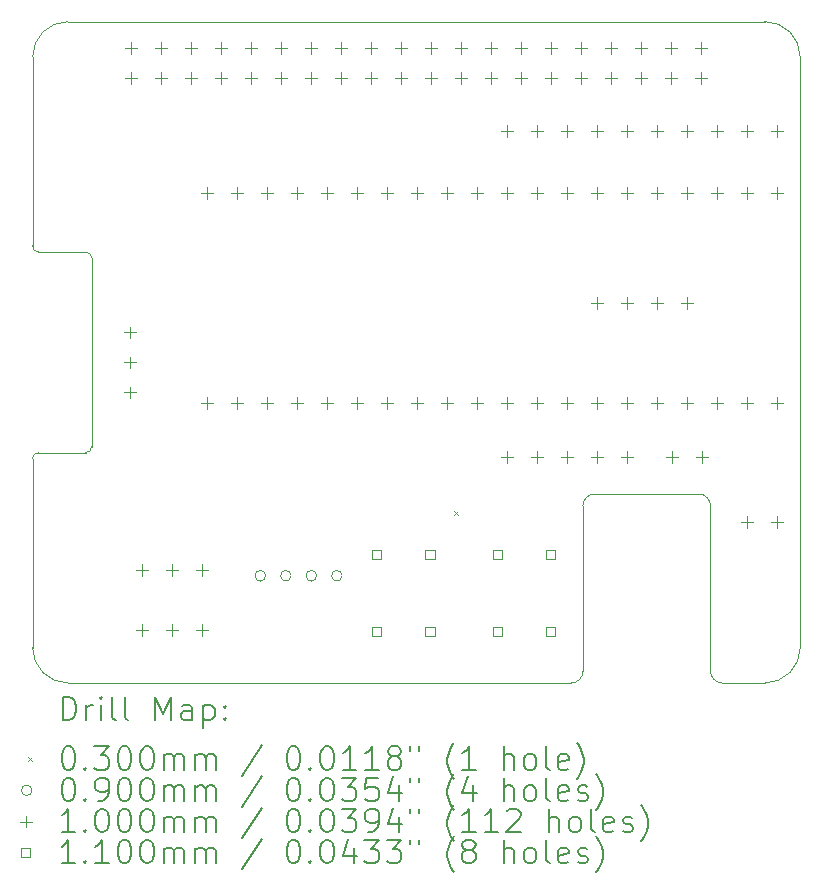
<source format=gbr>
%TF.GenerationSoftware,KiCad,Pcbnew,9.0.1-1.fc42*%
%TF.CreationDate,2025-05-14T23:08:46-05:00*%
%TF.ProjectId,pico_driver,7069636f-5f64-4726-9976-65722e6b6963,rev?*%
%TF.SameCoordinates,Original*%
%TF.FileFunction,Drillmap*%
%TF.FilePolarity,Positive*%
%FSLAX45Y45*%
G04 Gerber Fmt 4.5, Leading zero omitted, Abs format (unit mm)*
G04 Created by KiCad (PCBNEW 9.0.1-1.fc42) date 2025-05-14 23:08:46*
%MOMM*%
%LPD*%
G01*
G04 APERTURE LIST*
%ADD10C,0.100000*%
%ADD11C,0.200000*%
%ADD12C,0.110000*%
G04 APERTURE END LIST*
D10*
X16200000Y-10000000D02*
X15840000Y-10000000D01*
X15640000Y-8400000D02*
G75*
G02*
X15740000Y-8500000I0J-100000D01*
G01*
X10050000Y-6350000D02*
G75*
G02*
X10000000Y-6300000I0J50000D01*
G01*
X16200000Y-4400000D02*
G75*
G02*
X16500000Y-4700000I0J-300000D01*
G01*
X16500000Y-9700000D02*
X16500000Y-4700000D01*
X10000000Y-4700000D02*
X10000000Y-6300000D01*
X14660000Y-8500000D02*
X14660000Y-9900000D01*
X10300000Y-10000000D02*
G75*
G02*
X10000000Y-9700000I0J300000D01*
G01*
X14660000Y-9900000D02*
G75*
G02*
X14560000Y-10000000I-100000J0D01*
G01*
X14660000Y-8500000D02*
G75*
G02*
X14760000Y-8400000I100000J0D01*
G01*
X14560000Y-10000000D02*
X10300000Y-10000000D01*
X10450000Y-8050000D02*
X10050000Y-8050000D01*
X15840000Y-10000000D02*
G75*
G02*
X15740000Y-9900000I0J100000D01*
G01*
X10000000Y-8100000D02*
G75*
G02*
X10049913Y-8050000I50000J0D01*
G01*
X16500000Y-9700000D02*
G75*
G02*
X16200000Y-10000000I-300000J0D01*
G01*
X10500000Y-6400000D02*
X10500000Y-8000000D01*
X10000000Y-4700000D02*
G75*
G02*
X10300000Y-4400000I300000J0D01*
G01*
X15640000Y-8400000D02*
X14760000Y-8400000D01*
X15740000Y-9900000D02*
X15740000Y-8500000D01*
X10000000Y-8100000D02*
X10000000Y-9700000D01*
X10050000Y-6350000D02*
X10450000Y-6350000D01*
X10500000Y-8000000D02*
G75*
G02*
X10450000Y-8050000I-50000J0D01*
G01*
X10450000Y-6350000D02*
G75*
G02*
X10500000Y-6400000I0J-50000D01*
G01*
X16200000Y-4400000D02*
X10300000Y-4400000D01*
D11*
D10*
X13570000Y-8547500D02*
X13600000Y-8577500D01*
X13600000Y-8547500D02*
X13570000Y-8577500D01*
X11973500Y-9092500D02*
G75*
G02*
X11883500Y-9092500I-45000J0D01*
G01*
X11883500Y-9092500D02*
G75*
G02*
X11973500Y-9092500I45000J0D01*
G01*
X12189400Y-9092500D02*
G75*
G02*
X12099400Y-9092500I-45000J0D01*
G01*
X12099400Y-9092500D02*
G75*
G02*
X12189400Y-9092500I45000J0D01*
G01*
X12405300Y-9092500D02*
G75*
G02*
X12315300Y-9092500I-45000J0D01*
G01*
X12315300Y-9092500D02*
G75*
G02*
X12405300Y-9092500I45000J0D01*
G01*
X12621200Y-9092500D02*
G75*
G02*
X12531200Y-9092500I-45000J0D01*
G01*
X12531200Y-9092500D02*
G75*
G02*
X12621200Y-9092500I45000J0D01*
G01*
X10827500Y-6982000D02*
X10827500Y-7082000D01*
X10777500Y-7032000D02*
X10877500Y-7032000D01*
X10827500Y-7236000D02*
X10827500Y-7336000D01*
X10777500Y-7286000D02*
X10877500Y-7286000D01*
X10827500Y-7490000D02*
X10827500Y-7590000D01*
X10777500Y-7540000D02*
X10877500Y-7540000D01*
X10837000Y-4573000D02*
X10837000Y-4673000D01*
X10787000Y-4623000D02*
X10887000Y-4623000D01*
X10837000Y-4827000D02*
X10837000Y-4927000D01*
X10787000Y-4877000D02*
X10887000Y-4877000D01*
X10924000Y-8992000D02*
X10924000Y-9092000D01*
X10874000Y-9042000D02*
X10974000Y-9042000D01*
X10924000Y-9500000D02*
X10924000Y-9600000D01*
X10874000Y-9550000D02*
X10974000Y-9550000D01*
X11091000Y-4573000D02*
X11091000Y-4673000D01*
X11041000Y-4623000D02*
X11141000Y-4623000D01*
X11091000Y-4827000D02*
X11091000Y-4927000D01*
X11041000Y-4877000D02*
X11141000Y-4877000D01*
X11178000Y-8992000D02*
X11178000Y-9092000D01*
X11128000Y-9042000D02*
X11228000Y-9042000D01*
X11178000Y-9500000D02*
X11178000Y-9600000D01*
X11128000Y-9550000D02*
X11228000Y-9550000D01*
X11345000Y-4573000D02*
X11345000Y-4673000D01*
X11295000Y-4623000D02*
X11395000Y-4623000D01*
X11345000Y-4827000D02*
X11345000Y-4927000D01*
X11295000Y-4877000D02*
X11395000Y-4877000D01*
X11432000Y-8992000D02*
X11432000Y-9092000D01*
X11382000Y-9042000D02*
X11482000Y-9042000D01*
X11432000Y-9500000D02*
X11432000Y-9600000D01*
X11382000Y-9550000D02*
X11482000Y-9550000D01*
X11476000Y-5802000D02*
X11476000Y-5902000D01*
X11426000Y-5852000D02*
X11526000Y-5852000D01*
X11476000Y-7580000D02*
X11476000Y-7680000D01*
X11426000Y-7630000D02*
X11526000Y-7630000D01*
X11599000Y-4573000D02*
X11599000Y-4673000D01*
X11549000Y-4623000D02*
X11649000Y-4623000D01*
X11599000Y-4827000D02*
X11599000Y-4927000D01*
X11549000Y-4877000D02*
X11649000Y-4877000D01*
X11730000Y-5802000D02*
X11730000Y-5902000D01*
X11680000Y-5852000D02*
X11780000Y-5852000D01*
X11730000Y-7580000D02*
X11730000Y-7680000D01*
X11680000Y-7630000D02*
X11780000Y-7630000D01*
X11853000Y-4573000D02*
X11853000Y-4673000D01*
X11803000Y-4623000D02*
X11903000Y-4623000D01*
X11853000Y-4827000D02*
X11853000Y-4927000D01*
X11803000Y-4877000D02*
X11903000Y-4877000D01*
X11984000Y-5802000D02*
X11984000Y-5902000D01*
X11934000Y-5852000D02*
X12034000Y-5852000D01*
X11984000Y-7580000D02*
X11984000Y-7680000D01*
X11934000Y-7630000D02*
X12034000Y-7630000D01*
X12107000Y-4573000D02*
X12107000Y-4673000D01*
X12057000Y-4623000D02*
X12157000Y-4623000D01*
X12107000Y-4827000D02*
X12107000Y-4927000D01*
X12057000Y-4877000D02*
X12157000Y-4877000D01*
X12238000Y-5802000D02*
X12238000Y-5902000D01*
X12188000Y-5852000D02*
X12288000Y-5852000D01*
X12238000Y-7580000D02*
X12238000Y-7680000D01*
X12188000Y-7630000D02*
X12288000Y-7630000D01*
X12361000Y-4573000D02*
X12361000Y-4673000D01*
X12311000Y-4623000D02*
X12411000Y-4623000D01*
X12361000Y-4827000D02*
X12361000Y-4927000D01*
X12311000Y-4877000D02*
X12411000Y-4877000D01*
X12492000Y-5802000D02*
X12492000Y-5902000D01*
X12442000Y-5852000D02*
X12542000Y-5852000D01*
X12492000Y-7580000D02*
X12492000Y-7680000D01*
X12442000Y-7630000D02*
X12542000Y-7630000D01*
X12615000Y-4573000D02*
X12615000Y-4673000D01*
X12565000Y-4623000D02*
X12665000Y-4623000D01*
X12615000Y-4827000D02*
X12615000Y-4927000D01*
X12565000Y-4877000D02*
X12665000Y-4877000D01*
X12746000Y-5802000D02*
X12746000Y-5902000D01*
X12696000Y-5852000D02*
X12796000Y-5852000D01*
X12746000Y-7580000D02*
X12746000Y-7680000D01*
X12696000Y-7630000D02*
X12796000Y-7630000D01*
X12869000Y-4573000D02*
X12869000Y-4673000D01*
X12819000Y-4623000D02*
X12919000Y-4623000D01*
X12869000Y-4827000D02*
X12869000Y-4927000D01*
X12819000Y-4877000D02*
X12919000Y-4877000D01*
X13000000Y-5802000D02*
X13000000Y-5902000D01*
X12950000Y-5852000D02*
X13050000Y-5852000D01*
X13000000Y-7580000D02*
X13000000Y-7680000D01*
X12950000Y-7630000D02*
X13050000Y-7630000D01*
X13123000Y-4573000D02*
X13123000Y-4673000D01*
X13073000Y-4623000D02*
X13173000Y-4623000D01*
X13123000Y-4827000D02*
X13123000Y-4927000D01*
X13073000Y-4877000D02*
X13173000Y-4877000D01*
X13254000Y-5802000D02*
X13254000Y-5902000D01*
X13204000Y-5852000D02*
X13304000Y-5852000D01*
X13254000Y-7580000D02*
X13254000Y-7680000D01*
X13204000Y-7630000D02*
X13304000Y-7630000D01*
X13377000Y-4573000D02*
X13377000Y-4673000D01*
X13327000Y-4623000D02*
X13427000Y-4623000D01*
X13377000Y-4827000D02*
X13377000Y-4927000D01*
X13327000Y-4877000D02*
X13427000Y-4877000D01*
X13508000Y-5802000D02*
X13508000Y-5902000D01*
X13458000Y-5852000D02*
X13558000Y-5852000D01*
X13508000Y-7580000D02*
X13508000Y-7680000D01*
X13458000Y-7630000D02*
X13558000Y-7630000D01*
X13631000Y-4573000D02*
X13631000Y-4673000D01*
X13581000Y-4623000D02*
X13681000Y-4623000D01*
X13631000Y-4827000D02*
X13631000Y-4927000D01*
X13581000Y-4877000D02*
X13681000Y-4877000D01*
X13762000Y-5802000D02*
X13762000Y-5902000D01*
X13712000Y-5852000D02*
X13812000Y-5852000D01*
X13762000Y-7580000D02*
X13762000Y-7680000D01*
X13712000Y-7630000D02*
X13812000Y-7630000D01*
X13885000Y-4573000D02*
X13885000Y-4673000D01*
X13835000Y-4623000D02*
X13935000Y-4623000D01*
X13885000Y-4827000D02*
X13885000Y-4927000D01*
X13835000Y-4877000D02*
X13935000Y-4877000D01*
X14016000Y-5280000D02*
X14016000Y-5380000D01*
X13966000Y-5330000D02*
X14066000Y-5330000D01*
X14016000Y-5802000D02*
X14016000Y-5902000D01*
X13966000Y-5852000D02*
X14066000Y-5852000D01*
X14016000Y-7580000D02*
X14016000Y-7680000D01*
X13966000Y-7630000D02*
X14066000Y-7630000D01*
X14016000Y-8040000D02*
X14016000Y-8140000D01*
X13966000Y-8090000D02*
X14066000Y-8090000D01*
X14139000Y-4573000D02*
X14139000Y-4673000D01*
X14089000Y-4623000D02*
X14189000Y-4623000D01*
X14139000Y-4827000D02*
X14139000Y-4927000D01*
X14089000Y-4877000D02*
X14189000Y-4877000D01*
X14270000Y-5280000D02*
X14270000Y-5380000D01*
X14220000Y-5330000D02*
X14320000Y-5330000D01*
X14270000Y-5802000D02*
X14270000Y-5902000D01*
X14220000Y-5852000D02*
X14320000Y-5852000D01*
X14270000Y-7580000D02*
X14270000Y-7680000D01*
X14220000Y-7630000D02*
X14320000Y-7630000D01*
X14270000Y-8040000D02*
X14270000Y-8140000D01*
X14220000Y-8090000D02*
X14320000Y-8090000D01*
X14393000Y-4573000D02*
X14393000Y-4673000D01*
X14343000Y-4623000D02*
X14443000Y-4623000D01*
X14393000Y-4827000D02*
X14393000Y-4927000D01*
X14343000Y-4877000D02*
X14443000Y-4877000D01*
X14524000Y-5280000D02*
X14524000Y-5380000D01*
X14474000Y-5330000D02*
X14574000Y-5330000D01*
X14524000Y-5802000D02*
X14524000Y-5902000D01*
X14474000Y-5852000D02*
X14574000Y-5852000D01*
X14524000Y-7580000D02*
X14524000Y-7680000D01*
X14474000Y-7630000D02*
X14574000Y-7630000D01*
X14524000Y-8040000D02*
X14524000Y-8140000D01*
X14474000Y-8090000D02*
X14574000Y-8090000D01*
X14647000Y-4573000D02*
X14647000Y-4673000D01*
X14597000Y-4623000D02*
X14697000Y-4623000D01*
X14647000Y-4827000D02*
X14647000Y-4927000D01*
X14597000Y-4877000D02*
X14697000Y-4877000D01*
X14778000Y-5280000D02*
X14778000Y-5380000D01*
X14728000Y-5330000D02*
X14828000Y-5330000D01*
X14778000Y-5802000D02*
X14778000Y-5902000D01*
X14728000Y-5852000D02*
X14828000Y-5852000D01*
X14778000Y-6730000D02*
X14778000Y-6830000D01*
X14728000Y-6780000D02*
X14828000Y-6780000D01*
X14778000Y-7580000D02*
X14778000Y-7680000D01*
X14728000Y-7630000D02*
X14828000Y-7630000D01*
X14778000Y-8040000D02*
X14778000Y-8140000D01*
X14728000Y-8090000D02*
X14828000Y-8090000D01*
X14901000Y-4573000D02*
X14901000Y-4673000D01*
X14851000Y-4623000D02*
X14951000Y-4623000D01*
X14901000Y-4827000D02*
X14901000Y-4927000D01*
X14851000Y-4877000D02*
X14951000Y-4877000D01*
X15032000Y-5280000D02*
X15032000Y-5380000D01*
X14982000Y-5330000D02*
X15082000Y-5330000D01*
X15032000Y-5802000D02*
X15032000Y-5902000D01*
X14982000Y-5852000D02*
X15082000Y-5852000D01*
X15032000Y-6730000D02*
X15032000Y-6830000D01*
X14982000Y-6780000D02*
X15082000Y-6780000D01*
X15032000Y-7580000D02*
X15032000Y-7680000D01*
X14982000Y-7630000D02*
X15082000Y-7630000D01*
X15032000Y-8040000D02*
X15032000Y-8140000D01*
X14982000Y-8090000D02*
X15082000Y-8090000D01*
X15155000Y-4573000D02*
X15155000Y-4673000D01*
X15105000Y-4623000D02*
X15205000Y-4623000D01*
X15155000Y-4827000D02*
X15155000Y-4927000D01*
X15105000Y-4877000D02*
X15205000Y-4877000D01*
X15286000Y-5280000D02*
X15286000Y-5380000D01*
X15236000Y-5330000D02*
X15336000Y-5330000D01*
X15286000Y-5802000D02*
X15286000Y-5902000D01*
X15236000Y-5852000D02*
X15336000Y-5852000D01*
X15286000Y-6730000D02*
X15286000Y-6830000D01*
X15236000Y-6780000D02*
X15336000Y-6780000D01*
X15286000Y-7580000D02*
X15286000Y-7680000D01*
X15236000Y-7630000D02*
X15336000Y-7630000D01*
X15409000Y-4573000D02*
X15409000Y-4673000D01*
X15359000Y-4623000D02*
X15459000Y-4623000D01*
X15409000Y-4827000D02*
X15409000Y-4927000D01*
X15359000Y-4877000D02*
X15459000Y-4877000D01*
X15412500Y-8040000D02*
X15412500Y-8140000D01*
X15362500Y-8090000D02*
X15462500Y-8090000D01*
X15540000Y-5280000D02*
X15540000Y-5380000D01*
X15490000Y-5330000D02*
X15590000Y-5330000D01*
X15540000Y-5802000D02*
X15540000Y-5902000D01*
X15490000Y-5852000D02*
X15590000Y-5852000D01*
X15540000Y-6730000D02*
X15540000Y-6830000D01*
X15490000Y-6780000D02*
X15590000Y-6780000D01*
X15540000Y-7580000D02*
X15540000Y-7680000D01*
X15490000Y-7630000D02*
X15590000Y-7630000D01*
X15663000Y-4573000D02*
X15663000Y-4673000D01*
X15613000Y-4623000D02*
X15713000Y-4623000D01*
X15663000Y-4827000D02*
X15663000Y-4927000D01*
X15613000Y-4877000D02*
X15713000Y-4877000D01*
X15666500Y-8040000D02*
X15666500Y-8140000D01*
X15616500Y-8090000D02*
X15716500Y-8090000D01*
X15794000Y-5280000D02*
X15794000Y-5380000D01*
X15744000Y-5330000D02*
X15844000Y-5330000D01*
X15794000Y-5802000D02*
X15794000Y-5902000D01*
X15744000Y-5852000D02*
X15844000Y-5852000D01*
X15794000Y-7580000D02*
X15794000Y-7680000D01*
X15744000Y-7630000D02*
X15844000Y-7630000D01*
X16048000Y-5280000D02*
X16048000Y-5380000D01*
X15998000Y-5330000D02*
X16098000Y-5330000D01*
X16048000Y-5802000D02*
X16048000Y-5902000D01*
X15998000Y-5852000D02*
X16098000Y-5852000D01*
X16048000Y-7580000D02*
X16048000Y-7680000D01*
X15998000Y-7630000D02*
X16098000Y-7630000D01*
X16048000Y-8590000D02*
X16048000Y-8690000D01*
X15998000Y-8640000D02*
X16098000Y-8640000D01*
X16302000Y-5280000D02*
X16302000Y-5380000D01*
X16252000Y-5330000D02*
X16352000Y-5330000D01*
X16302000Y-5802000D02*
X16302000Y-5902000D01*
X16252000Y-5852000D02*
X16352000Y-5852000D01*
X16302000Y-7580000D02*
X16302000Y-7680000D01*
X16252000Y-7630000D02*
X16352000Y-7630000D01*
X16302000Y-8590000D02*
X16302000Y-8690000D01*
X16252000Y-8640000D02*
X16352000Y-8640000D01*
D12*
X12953891Y-8953891D02*
X12953891Y-8876109D01*
X12876109Y-8876109D01*
X12876109Y-8953891D01*
X12953891Y-8953891D01*
X12953891Y-9603891D02*
X12953891Y-9526109D01*
X12876109Y-9526109D01*
X12876109Y-9603891D01*
X12953891Y-9603891D01*
X13403891Y-8953891D02*
X13403891Y-8876109D01*
X13326109Y-8876109D01*
X13326109Y-8953891D01*
X13403891Y-8953891D01*
X13403891Y-9603891D02*
X13403891Y-9526109D01*
X13326109Y-9526109D01*
X13326109Y-9603891D01*
X13403891Y-9603891D01*
X13973891Y-8953891D02*
X13973891Y-8876109D01*
X13896109Y-8876109D01*
X13896109Y-8953891D01*
X13973891Y-8953891D01*
X13973891Y-9603891D02*
X13973891Y-9526109D01*
X13896109Y-9526109D01*
X13896109Y-9603891D01*
X13973891Y-9603891D01*
X14423891Y-8953891D02*
X14423891Y-8876109D01*
X14346109Y-8876109D01*
X14346109Y-8953891D01*
X14423891Y-8953891D01*
X14423891Y-9603891D02*
X14423891Y-9526109D01*
X14346109Y-9526109D01*
X14346109Y-9603891D01*
X14423891Y-9603891D01*
D11*
X10255777Y-10316484D02*
X10255777Y-10116484D01*
X10255777Y-10116484D02*
X10303396Y-10116484D01*
X10303396Y-10116484D02*
X10331967Y-10126008D01*
X10331967Y-10126008D02*
X10351015Y-10145055D01*
X10351015Y-10145055D02*
X10360539Y-10164103D01*
X10360539Y-10164103D02*
X10370063Y-10202198D01*
X10370063Y-10202198D02*
X10370063Y-10230770D01*
X10370063Y-10230770D02*
X10360539Y-10268865D01*
X10360539Y-10268865D02*
X10351015Y-10287912D01*
X10351015Y-10287912D02*
X10331967Y-10306960D01*
X10331967Y-10306960D02*
X10303396Y-10316484D01*
X10303396Y-10316484D02*
X10255777Y-10316484D01*
X10455777Y-10316484D02*
X10455777Y-10183150D01*
X10455777Y-10221246D02*
X10465301Y-10202198D01*
X10465301Y-10202198D02*
X10474824Y-10192674D01*
X10474824Y-10192674D02*
X10493872Y-10183150D01*
X10493872Y-10183150D02*
X10512920Y-10183150D01*
X10579586Y-10316484D02*
X10579586Y-10183150D01*
X10579586Y-10116484D02*
X10570063Y-10126008D01*
X10570063Y-10126008D02*
X10579586Y-10135531D01*
X10579586Y-10135531D02*
X10589110Y-10126008D01*
X10589110Y-10126008D02*
X10579586Y-10116484D01*
X10579586Y-10116484D02*
X10579586Y-10135531D01*
X10703396Y-10316484D02*
X10684348Y-10306960D01*
X10684348Y-10306960D02*
X10674824Y-10287912D01*
X10674824Y-10287912D02*
X10674824Y-10116484D01*
X10808158Y-10316484D02*
X10789110Y-10306960D01*
X10789110Y-10306960D02*
X10779586Y-10287912D01*
X10779586Y-10287912D02*
X10779586Y-10116484D01*
X11036729Y-10316484D02*
X11036729Y-10116484D01*
X11036729Y-10116484D02*
X11103396Y-10259341D01*
X11103396Y-10259341D02*
X11170063Y-10116484D01*
X11170063Y-10116484D02*
X11170063Y-10316484D01*
X11351015Y-10316484D02*
X11351015Y-10211722D01*
X11351015Y-10211722D02*
X11341491Y-10192674D01*
X11341491Y-10192674D02*
X11322443Y-10183150D01*
X11322443Y-10183150D02*
X11284348Y-10183150D01*
X11284348Y-10183150D02*
X11265301Y-10192674D01*
X11351015Y-10306960D02*
X11331967Y-10316484D01*
X11331967Y-10316484D02*
X11284348Y-10316484D01*
X11284348Y-10316484D02*
X11265301Y-10306960D01*
X11265301Y-10306960D02*
X11255777Y-10287912D01*
X11255777Y-10287912D02*
X11255777Y-10268865D01*
X11255777Y-10268865D02*
X11265301Y-10249817D01*
X11265301Y-10249817D02*
X11284348Y-10240293D01*
X11284348Y-10240293D02*
X11331967Y-10240293D01*
X11331967Y-10240293D02*
X11351015Y-10230770D01*
X11446253Y-10183150D02*
X11446253Y-10383150D01*
X11446253Y-10192674D02*
X11465301Y-10183150D01*
X11465301Y-10183150D02*
X11503396Y-10183150D01*
X11503396Y-10183150D02*
X11522443Y-10192674D01*
X11522443Y-10192674D02*
X11531967Y-10202198D01*
X11531967Y-10202198D02*
X11541491Y-10221246D01*
X11541491Y-10221246D02*
X11541491Y-10278389D01*
X11541491Y-10278389D02*
X11531967Y-10297436D01*
X11531967Y-10297436D02*
X11522443Y-10306960D01*
X11522443Y-10306960D02*
X11503396Y-10316484D01*
X11503396Y-10316484D02*
X11465301Y-10316484D01*
X11465301Y-10316484D02*
X11446253Y-10306960D01*
X11627205Y-10297436D02*
X11636729Y-10306960D01*
X11636729Y-10306960D02*
X11627205Y-10316484D01*
X11627205Y-10316484D02*
X11617682Y-10306960D01*
X11617682Y-10306960D02*
X11627205Y-10297436D01*
X11627205Y-10297436D02*
X11627205Y-10316484D01*
X11627205Y-10192674D02*
X11636729Y-10202198D01*
X11636729Y-10202198D02*
X11627205Y-10211722D01*
X11627205Y-10211722D02*
X11617682Y-10202198D01*
X11617682Y-10202198D02*
X11627205Y-10192674D01*
X11627205Y-10192674D02*
X11627205Y-10211722D01*
D10*
X9965000Y-10630000D02*
X9995000Y-10660000D01*
X9995000Y-10630000D02*
X9965000Y-10660000D01*
D11*
X10293872Y-10536484D02*
X10312920Y-10536484D01*
X10312920Y-10536484D02*
X10331967Y-10546008D01*
X10331967Y-10546008D02*
X10341491Y-10555531D01*
X10341491Y-10555531D02*
X10351015Y-10574579D01*
X10351015Y-10574579D02*
X10360539Y-10612674D01*
X10360539Y-10612674D02*
X10360539Y-10660293D01*
X10360539Y-10660293D02*
X10351015Y-10698389D01*
X10351015Y-10698389D02*
X10341491Y-10717436D01*
X10341491Y-10717436D02*
X10331967Y-10726960D01*
X10331967Y-10726960D02*
X10312920Y-10736484D01*
X10312920Y-10736484D02*
X10293872Y-10736484D01*
X10293872Y-10736484D02*
X10274824Y-10726960D01*
X10274824Y-10726960D02*
X10265301Y-10717436D01*
X10265301Y-10717436D02*
X10255777Y-10698389D01*
X10255777Y-10698389D02*
X10246253Y-10660293D01*
X10246253Y-10660293D02*
X10246253Y-10612674D01*
X10246253Y-10612674D02*
X10255777Y-10574579D01*
X10255777Y-10574579D02*
X10265301Y-10555531D01*
X10265301Y-10555531D02*
X10274824Y-10546008D01*
X10274824Y-10546008D02*
X10293872Y-10536484D01*
X10446253Y-10717436D02*
X10455777Y-10726960D01*
X10455777Y-10726960D02*
X10446253Y-10736484D01*
X10446253Y-10736484D02*
X10436729Y-10726960D01*
X10436729Y-10726960D02*
X10446253Y-10717436D01*
X10446253Y-10717436D02*
X10446253Y-10736484D01*
X10522444Y-10536484D02*
X10646253Y-10536484D01*
X10646253Y-10536484D02*
X10579586Y-10612674D01*
X10579586Y-10612674D02*
X10608158Y-10612674D01*
X10608158Y-10612674D02*
X10627205Y-10622198D01*
X10627205Y-10622198D02*
X10636729Y-10631722D01*
X10636729Y-10631722D02*
X10646253Y-10650770D01*
X10646253Y-10650770D02*
X10646253Y-10698389D01*
X10646253Y-10698389D02*
X10636729Y-10717436D01*
X10636729Y-10717436D02*
X10627205Y-10726960D01*
X10627205Y-10726960D02*
X10608158Y-10736484D01*
X10608158Y-10736484D02*
X10551015Y-10736484D01*
X10551015Y-10736484D02*
X10531967Y-10726960D01*
X10531967Y-10726960D02*
X10522444Y-10717436D01*
X10770063Y-10536484D02*
X10789110Y-10536484D01*
X10789110Y-10536484D02*
X10808158Y-10546008D01*
X10808158Y-10546008D02*
X10817682Y-10555531D01*
X10817682Y-10555531D02*
X10827205Y-10574579D01*
X10827205Y-10574579D02*
X10836729Y-10612674D01*
X10836729Y-10612674D02*
X10836729Y-10660293D01*
X10836729Y-10660293D02*
X10827205Y-10698389D01*
X10827205Y-10698389D02*
X10817682Y-10717436D01*
X10817682Y-10717436D02*
X10808158Y-10726960D01*
X10808158Y-10726960D02*
X10789110Y-10736484D01*
X10789110Y-10736484D02*
X10770063Y-10736484D01*
X10770063Y-10736484D02*
X10751015Y-10726960D01*
X10751015Y-10726960D02*
X10741491Y-10717436D01*
X10741491Y-10717436D02*
X10731967Y-10698389D01*
X10731967Y-10698389D02*
X10722444Y-10660293D01*
X10722444Y-10660293D02*
X10722444Y-10612674D01*
X10722444Y-10612674D02*
X10731967Y-10574579D01*
X10731967Y-10574579D02*
X10741491Y-10555531D01*
X10741491Y-10555531D02*
X10751015Y-10546008D01*
X10751015Y-10546008D02*
X10770063Y-10536484D01*
X10960539Y-10536484D02*
X10979586Y-10536484D01*
X10979586Y-10536484D02*
X10998634Y-10546008D01*
X10998634Y-10546008D02*
X11008158Y-10555531D01*
X11008158Y-10555531D02*
X11017682Y-10574579D01*
X11017682Y-10574579D02*
X11027205Y-10612674D01*
X11027205Y-10612674D02*
X11027205Y-10660293D01*
X11027205Y-10660293D02*
X11017682Y-10698389D01*
X11017682Y-10698389D02*
X11008158Y-10717436D01*
X11008158Y-10717436D02*
X10998634Y-10726960D01*
X10998634Y-10726960D02*
X10979586Y-10736484D01*
X10979586Y-10736484D02*
X10960539Y-10736484D01*
X10960539Y-10736484D02*
X10941491Y-10726960D01*
X10941491Y-10726960D02*
X10931967Y-10717436D01*
X10931967Y-10717436D02*
X10922444Y-10698389D01*
X10922444Y-10698389D02*
X10912920Y-10660293D01*
X10912920Y-10660293D02*
X10912920Y-10612674D01*
X10912920Y-10612674D02*
X10922444Y-10574579D01*
X10922444Y-10574579D02*
X10931967Y-10555531D01*
X10931967Y-10555531D02*
X10941491Y-10546008D01*
X10941491Y-10546008D02*
X10960539Y-10536484D01*
X11112920Y-10736484D02*
X11112920Y-10603150D01*
X11112920Y-10622198D02*
X11122444Y-10612674D01*
X11122444Y-10612674D02*
X11141491Y-10603150D01*
X11141491Y-10603150D02*
X11170063Y-10603150D01*
X11170063Y-10603150D02*
X11189110Y-10612674D01*
X11189110Y-10612674D02*
X11198634Y-10631722D01*
X11198634Y-10631722D02*
X11198634Y-10736484D01*
X11198634Y-10631722D02*
X11208158Y-10612674D01*
X11208158Y-10612674D02*
X11227205Y-10603150D01*
X11227205Y-10603150D02*
X11255777Y-10603150D01*
X11255777Y-10603150D02*
X11274824Y-10612674D01*
X11274824Y-10612674D02*
X11284348Y-10631722D01*
X11284348Y-10631722D02*
X11284348Y-10736484D01*
X11379586Y-10736484D02*
X11379586Y-10603150D01*
X11379586Y-10622198D02*
X11389110Y-10612674D01*
X11389110Y-10612674D02*
X11408158Y-10603150D01*
X11408158Y-10603150D02*
X11436729Y-10603150D01*
X11436729Y-10603150D02*
X11455777Y-10612674D01*
X11455777Y-10612674D02*
X11465301Y-10631722D01*
X11465301Y-10631722D02*
X11465301Y-10736484D01*
X11465301Y-10631722D02*
X11474824Y-10612674D01*
X11474824Y-10612674D02*
X11493872Y-10603150D01*
X11493872Y-10603150D02*
X11522443Y-10603150D01*
X11522443Y-10603150D02*
X11541491Y-10612674D01*
X11541491Y-10612674D02*
X11551015Y-10631722D01*
X11551015Y-10631722D02*
X11551015Y-10736484D01*
X11941491Y-10526960D02*
X11770063Y-10784103D01*
X12198634Y-10536484D02*
X12217682Y-10536484D01*
X12217682Y-10536484D02*
X12236729Y-10546008D01*
X12236729Y-10546008D02*
X12246253Y-10555531D01*
X12246253Y-10555531D02*
X12255777Y-10574579D01*
X12255777Y-10574579D02*
X12265301Y-10612674D01*
X12265301Y-10612674D02*
X12265301Y-10660293D01*
X12265301Y-10660293D02*
X12255777Y-10698389D01*
X12255777Y-10698389D02*
X12246253Y-10717436D01*
X12246253Y-10717436D02*
X12236729Y-10726960D01*
X12236729Y-10726960D02*
X12217682Y-10736484D01*
X12217682Y-10736484D02*
X12198634Y-10736484D01*
X12198634Y-10736484D02*
X12179586Y-10726960D01*
X12179586Y-10726960D02*
X12170063Y-10717436D01*
X12170063Y-10717436D02*
X12160539Y-10698389D01*
X12160539Y-10698389D02*
X12151015Y-10660293D01*
X12151015Y-10660293D02*
X12151015Y-10612674D01*
X12151015Y-10612674D02*
X12160539Y-10574579D01*
X12160539Y-10574579D02*
X12170063Y-10555531D01*
X12170063Y-10555531D02*
X12179586Y-10546008D01*
X12179586Y-10546008D02*
X12198634Y-10536484D01*
X12351015Y-10717436D02*
X12360539Y-10726960D01*
X12360539Y-10726960D02*
X12351015Y-10736484D01*
X12351015Y-10736484D02*
X12341491Y-10726960D01*
X12341491Y-10726960D02*
X12351015Y-10717436D01*
X12351015Y-10717436D02*
X12351015Y-10736484D01*
X12484348Y-10536484D02*
X12503396Y-10536484D01*
X12503396Y-10536484D02*
X12522444Y-10546008D01*
X12522444Y-10546008D02*
X12531967Y-10555531D01*
X12531967Y-10555531D02*
X12541491Y-10574579D01*
X12541491Y-10574579D02*
X12551015Y-10612674D01*
X12551015Y-10612674D02*
X12551015Y-10660293D01*
X12551015Y-10660293D02*
X12541491Y-10698389D01*
X12541491Y-10698389D02*
X12531967Y-10717436D01*
X12531967Y-10717436D02*
X12522444Y-10726960D01*
X12522444Y-10726960D02*
X12503396Y-10736484D01*
X12503396Y-10736484D02*
X12484348Y-10736484D01*
X12484348Y-10736484D02*
X12465301Y-10726960D01*
X12465301Y-10726960D02*
X12455777Y-10717436D01*
X12455777Y-10717436D02*
X12446253Y-10698389D01*
X12446253Y-10698389D02*
X12436729Y-10660293D01*
X12436729Y-10660293D02*
X12436729Y-10612674D01*
X12436729Y-10612674D02*
X12446253Y-10574579D01*
X12446253Y-10574579D02*
X12455777Y-10555531D01*
X12455777Y-10555531D02*
X12465301Y-10546008D01*
X12465301Y-10546008D02*
X12484348Y-10536484D01*
X12741491Y-10736484D02*
X12627206Y-10736484D01*
X12684348Y-10736484D02*
X12684348Y-10536484D01*
X12684348Y-10536484D02*
X12665301Y-10565055D01*
X12665301Y-10565055D02*
X12646253Y-10584103D01*
X12646253Y-10584103D02*
X12627206Y-10593627D01*
X12931967Y-10736484D02*
X12817682Y-10736484D01*
X12874825Y-10736484D02*
X12874825Y-10536484D01*
X12874825Y-10536484D02*
X12855777Y-10565055D01*
X12855777Y-10565055D02*
X12836729Y-10584103D01*
X12836729Y-10584103D02*
X12817682Y-10593627D01*
X13046253Y-10622198D02*
X13027206Y-10612674D01*
X13027206Y-10612674D02*
X13017682Y-10603150D01*
X13017682Y-10603150D02*
X13008158Y-10584103D01*
X13008158Y-10584103D02*
X13008158Y-10574579D01*
X13008158Y-10574579D02*
X13017682Y-10555531D01*
X13017682Y-10555531D02*
X13027206Y-10546008D01*
X13027206Y-10546008D02*
X13046253Y-10536484D01*
X13046253Y-10536484D02*
X13084348Y-10536484D01*
X13084348Y-10536484D02*
X13103396Y-10546008D01*
X13103396Y-10546008D02*
X13112920Y-10555531D01*
X13112920Y-10555531D02*
X13122444Y-10574579D01*
X13122444Y-10574579D02*
X13122444Y-10584103D01*
X13122444Y-10584103D02*
X13112920Y-10603150D01*
X13112920Y-10603150D02*
X13103396Y-10612674D01*
X13103396Y-10612674D02*
X13084348Y-10622198D01*
X13084348Y-10622198D02*
X13046253Y-10622198D01*
X13046253Y-10622198D02*
X13027206Y-10631722D01*
X13027206Y-10631722D02*
X13017682Y-10641246D01*
X13017682Y-10641246D02*
X13008158Y-10660293D01*
X13008158Y-10660293D02*
X13008158Y-10698389D01*
X13008158Y-10698389D02*
X13017682Y-10717436D01*
X13017682Y-10717436D02*
X13027206Y-10726960D01*
X13027206Y-10726960D02*
X13046253Y-10736484D01*
X13046253Y-10736484D02*
X13084348Y-10736484D01*
X13084348Y-10736484D02*
X13103396Y-10726960D01*
X13103396Y-10726960D02*
X13112920Y-10717436D01*
X13112920Y-10717436D02*
X13122444Y-10698389D01*
X13122444Y-10698389D02*
X13122444Y-10660293D01*
X13122444Y-10660293D02*
X13112920Y-10641246D01*
X13112920Y-10641246D02*
X13103396Y-10631722D01*
X13103396Y-10631722D02*
X13084348Y-10622198D01*
X13198634Y-10536484D02*
X13198634Y-10574579D01*
X13274825Y-10536484D02*
X13274825Y-10574579D01*
X13570063Y-10812674D02*
X13560539Y-10803150D01*
X13560539Y-10803150D02*
X13541491Y-10774579D01*
X13541491Y-10774579D02*
X13531968Y-10755531D01*
X13531968Y-10755531D02*
X13522444Y-10726960D01*
X13522444Y-10726960D02*
X13512920Y-10679341D01*
X13512920Y-10679341D02*
X13512920Y-10641246D01*
X13512920Y-10641246D02*
X13522444Y-10593627D01*
X13522444Y-10593627D02*
X13531968Y-10565055D01*
X13531968Y-10565055D02*
X13541491Y-10546008D01*
X13541491Y-10546008D02*
X13560539Y-10517436D01*
X13560539Y-10517436D02*
X13570063Y-10507912D01*
X13751015Y-10736484D02*
X13636729Y-10736484D01*
X13693872Y-10736484D02*
X13693872Y-10536484D01*
X13693872Y-10536484D02*
X13674825Y-10565055D01*
X13674825Y-10565055D02*
X13655777Y-10584103D01*
X13655777Y-10584103D02*
X13636729Y-10593627D01*
X13989110Y-10736484D02*
X13989110Y-10536484D01*
X14074825Y-10736484D02*
X14074825Y-10631722D01*
X14074825Y-10631722D02*
X14065301Y-10612674D01*
X14065301Y-10612674D02*
X14046253Y-10603150D01*
X14046253Y-10603150D02*
X14017682Y-10603150D01*
X14017682Y-10603150D02*
X13998634Y-10612674D01*
X13998634Y-10612674D02*
X13989110Y-10622198D01*
X14198634Y-10736484D02*
X14179587Y-10726960D01*
X14179587Y-10726960D02*
X14170063Y-10717436D01*
X14170063Y-10717436D02*
X14160539Y-10698389D01*
X14160539Y-10698389D02*
X14160539Y-10641246D01*
X14160539Y-10641246D02*
X14170063Y-10622198D01*
X14170063Y-10622198D02*
X14179587Y-10612674D01*
X14179587Y-10612674D02*
X14198634Y-10603150D01*
X14198634Y-10603150D02*
X14227206Y-10603150D01*
X14227206Y-10603150D02*
X14246253Y-10612674D01*
X14246253Y-10612674D02*
X14255777Y-10622198D01*
X14255777Y-10622198D02*
X14265301Y-10641246D01*
X14265301Y-10641246D02*
X14265301Y-10698389D01*
X14265301Y-10698389D02*
X14255777Y-10717436D01*
X14255777Y-10717436D02*
X14246253Y-10726960D01*
X14246253Y-10726960D02*
X14227206Y-10736484D01*
X14227206Y-10736484D02*
X14198634Y-10736484D01*
X14379587Y-10736484D02*
X14360539Y-10726960D01*
X14360539Y-10726960D02*
X14351015Y-10707912D01*
X14351015Y-10707912D02*
X14351015Y-10536484D01*
X14531968Y-10726960D02*
X14512920Y-10736484D01*
X14512920Y-10736484D02*
X14474825Y-10736484D01*
X14474825Y-10736484D02*
X14455777Y-10726960D01*
X14455777Y-10726960D02*
X14446253Y-10707912D01*
X14446253Y-10707912D02*
X14446253Y-10631722D01*
X14446253Y-10631722D02*
X14455777Y-10612674D01*
X14455777Y-10612674D02*
X14474825Y-10603150D01*
X14474825Y-10603150D02*
X14512920Y-10603150D01*
X14512920Y-10603150D02*
X14531968Y-10612674D01*
X14531968Y-10612674D02*
X14541491Y-10631722D01*
X14541491Y-10631722D02*
X14541491Y-10650770D01*
X14541491Y-10650770D02*
X14446253Y-10669817D01*
X14608158Y-10812674D02*
X14617682Y-10803150D01*
X14617682Y-10803150D02*
X14636730Y-10774579D01*
X14636730Y-10774579D02*
X14646253Y-10755531D01*
X14646253Y-10755531D02*
X14655777Y-10726960D01*
X14655777Y-10726960D02*
X14665301Y-10679341D01*
X14665301Y-10679341D02*
X14665301Y-10641246D01*
X14665301Y-10641246D02*
X14655777Y-10593627D01*
X14655777Y-10593627D02*
X14646253Y-10565055D01*
X14646253Y-10565055D02*
X14636730Y-10546008D01*
X14636730Y-10546008D02*
X14617682Y-10517436D01*
X14617682Y-10517436D02*
X14608158Y-10507912D01*
D10*
X9995000Y-10909000D02*
G75*
G02*
X9905000Y-10909000I-45000J0D01*
G01*
X9905000Y-10909000D02*
G75*
G02*
X9995000Y-10909000I45000J0D01*
G01*
D11*
X10293872Y-10800484D02*
X10312920Y-10800484D01*
X10312920Y-10800484D02*
X10331967Y-10810008D01*
X10331967Y-10810008D02*
X10341491Y-10819531D01*
X10341491Y-10819531D02*
X10351015Y-10838579D01*
X10351015Y-10838579D02*
X10360539Y-10876674D01*
X10360539Y-10876674D02*
X10360539Y-10924293D01*
X10360539Y-10924293D02*
X10351015Y-10962389D01*
X10351015Y-10962389D02*
X10341491Y-10981436D01*
X10341491Y-10981436D02*
X10331967Y-10990960D01*
X10331967Y-10990960D02*
X10312920Y-11000484D01*
X10312920Y-11000484D02*
X10293872Y-11000484D01*
X10293872Y-11000484D02*
X10274824Y-10990960D01*
X10274824Y-10990960D02*
X10265301Y-10981436D01*
X10265301Y-10981436D02*
X10255777Y-10962389D01*
X10255777Y-10962389D02*
X10246253Y-10924293D01*
X10246253Y-10924293D02*
X10246253Y-10876674D01*
X10246253Y-10876674D02*
X10255777Y-10838579D01*
X10255777Y-10838579D02*
X10265301Y-10819531D01*
X10265301Y-10819531D02*
X10274824Y-10810008D01*
X10274824Y-10810008D02*
X10293872Y-10800484D01*
X10446253Y-10981436D02*
X10455777Y-10990960D01*
X10455777Y-10990960D02*
X10446253Y-11000484D01*
X10446253Y-11000484D02*
X10436729Y-10990960D01*
X10436729Y-10990960D02*
X10446253Y-10981436D01*
X10446253Y-10981436D02*
X10446253Y-11000484D01*
X10551015Y-11000484D02*
X10589110Y-11000484D01*
X10589110Y-11000484D02*
X10608158Y-10990960D01*
X10608158Y-10990960D02*
X10617682Y-10981436D01*
X10617682Y-10981436D02*
X10636729Y-10952865D01*
X10636729Y-10952865D02*
X10646253Y-10914770D01*
X10646253Y-10914770D02*
X10646253Y-10838579D01*
X10646253Y-10838579D02*
X10636729Y-10819531D01*
X10636729Y-10819531D02*
X10627205Y-10810008D01*
X10627205Y-10810008D02*
X10608158Y-10800484D01*
X10608158Y-10800484D02*
X10570063Y-10800484D01*
X10570063Y-10800484D02*
X10551015Y-10810008D01*
X10551015Y-10810008D02*
X10541491Y-10819531D01*
X10541491Y-10819531D02*
X10531967Y-10838579D01*
X10531967Y-10838579D02*
X10531967Y-10886198D01*
X10531967Y-10886198D02*
X10541491Y-10905246D01*
X10541491Y-10905246D02*
X10551015Y-10914770D01*
X10551015Y-10914770D02*
X10570063Y-10924293D01*
X10570063Y-10924293D02*
X10608158Y-10924293D01*
X10608158Y-10924293D02*
X10627205Y-10914770D01*
X10627205Y-10914770D02*
X10636729Y-10905246D01*
X10636729Y-10905246D02*
X10646253Y-10886198D01*
X10770063Y-10800484D02*
X10789110Y-10800484D01*
X10789110Y-10800484D02*
X10808158Y-10810008D01*
X10808158Y-10810008D02*
X10817682Y-10819531D01*
X10817682Y-10819531D02*
X10827205Y-10838579D01*
X10827205Y-10838579D02*
X10836729Y-10876674D01*
X10836729Y-10876674D02*
X10836729Y-10924293D01*
X10836729Y-10924293D02*
X10827205Y-10962389D01*
X10827205Y-10962389D02*
X10817682Y-10981436D01*
X10817682Y-10981436D02*
X10808158Y-10990960D01*
X10808158Y-10990960D02*
X10789110Y-11000484D01*
X10789110Y-11000484D02*
X10770063Y-11000484D01*
X10770063Y-11000484D02*
X10751015Y-10990960D01*
X10751015Y-10990960D02*
X10741491Y-10981436D01*
X10741491Y-10981436D02*
X10731967Y-10962389D01*
X10731967Y-10962389D02*
X10722444Y-10924293D01*
X10722444Y-10924293D02*
X10722444Y-10876674D01*
X10722444Y-10876674D02*
X10731967Y-10838579D01*
X10731967Y-10838579D02*
X10741491Y-10819531D01*
X10741491Y-10819531D02*
X10751015Y-10810008D01*
X10751015Y-10810008D02*
X10770063Y-10800484D01*
X10960539Y-10800484D02*
X10979586Y-10800484D01*
X10979586Y-10800484D02*
X10998634Y-10810008D01*
X10998634Y-10810008D02*
X11008158Y-10819531D01*
X11008158Y-10819531D02*
X11017682Y-10838579D01*
X11017682Y-10838579D02*
X11027205Y-10876674D01*
X11027205Y-10876674D02*
X11027205Y-10924293D01*
X11027205Y-10924293D02*
X11017682Y-10962389D01*
X11017682Y-10962389D02*
X11008158Y-10981436D01*
X11008158Y-10981436D02*
X10998634Y-10990960D01*
X10998634Y-10990960D02*
X10979586Y-11000484D01*
X10979586Y-11000484D02*
X10960539Y-11000484D01*
X10960539Y-11000484D02*
X10941491Y-10990960D01*
X10941491Y-10990960D02*
X10931967Y-10981436D01*
X10931967Y-10981436D02*
X10922444Y-10962389D01*
X10922444Y-10962389D02*
X10912920Y-10924293D01*
X10912920Y-10924293D02*
X10912920Y-10876674D01*
X10912920Y-10876674D02*
X10922444Y-10838579D01*
X10922444Y-10838579D02*
X10931967Y-10819531D01*
X10931967Y-10819531D02*
X10941491Y-10810008D01*
X10941491Y-10810008D02*
X10960539Y-10800484D01*
X11112920Y-11000484D02*
X11112920Y-10867150D01*
X11112920Y-10886198D02*
X11122444Y-10876674D01*
X11122444Y-10876674D02*
X11141491Y-10867150D01*
X11141491Y-10867150D02*
X11170063Y-10867150D01*
X11170063Y-10867150D02*
X11189110Y-10876674D01*
X11189110Y-10876674D02*
X11198634Y-10895722D01*
X11198634Y-10895722D02*
X11198634Y-11000484D01*
X11198634Y-10895722D02*
X11208158Y-10876674D01*
X11208158Y-10876674D02*
X11227205Y-10867150D01*
X11227205Y-10867150D02*
X11255777Y-10867150D01*
X11255777Y-10867150D02*
X11274824Y-10876674D01*
X11274824Y-10876674D02*
X11284348Y-10895722D01*
X11284348Y-10895722D02*
X11284348Y-11000484D01*
X11379586Y-11000484D02*
X11379586Y-10867150D01*
X11379586Y-10886198D02*
X11389110Y-10876674D01*
X11389110Y-10876674D02*
X11408158Y-10867150D01*
X11408158Y-10867150D02*
X11436729Y-10867150D01*
X11436729Y-10867150D02*
X11455777Y-10876674D01*
X11455777Y-10876674D02*
X11465301Y-10895722D01*
X11465301Y-10895722D02*
X11465301Y-11000484D01*
X11465301Y-10895722D02*
X11474824Y-10876674D01*
X11474824Y-10876674D02*
X11493872Y-10867150D01*
X11493872Y-10867150D02*
X11522443Y-10867150D01*
X11522443Y-10867150D02*
X11541491Y-10876674D01*
X11541491Y-10876674D02*
X11551015Y-10895722D01*
X11551015Y-10895722D02*
X11551015Y-11000484D01*
X11941491Y-10790960D02*
X11770063Y-11048103D01*
X12198634Y-10800484D02*
X12217682Y-10800484D01*
X12217682Y-10800484D02*
X12236729Y-10810008D01*
X12236729Y-10810008D02*
X12246253Y-10819531D01*
X12246253Y-10819531D02*
X12255777Y-10838579D01*
X12255777Y-10838579D02*
X12265301Y-10876674D01*
X12265301Y-10876674D02*
X12265301Y-10924293D01*
X12265301Y-10924293D02*
X12255777Y-10962389D01*
X12255777Y-10962389D02*
X12246253Y-10981436D01*
X12246253Y-10981436D02*
X12236729Y-10990960D01*
X12236729Y-10990960D02*
X12217682Y-11000484D01*
X12217682Y-11000484D02*
X12198634Y-11000484D01*
X12198634Y-11000484D02*
X12179586Y-10990960D01*
X12179586Y-10990960D02*
X12170063Y-10981436D01*
X12170063Y-10981436D02*
X12160539Y-10962389D01*
X12160539Y-10962389D02*
X12151015Y-10924293D01*
X12151015Y-10924293D02*
X12151015Y-10876674D01*
X12151015Y-10876674D02*
X12160539Y-10838579D01*
X12160539Y-10838579D02*
X12170063Y-10819531D01*
X12170063Y-10819531D02*
X12179586Y-10810008D01*
X12179586Y-10810008D02*
X12198634Y-10800484D01*
X12351015Y-10981436D02*
X12360539Y-10990960D01*
X12360539Y-10990960D02*
X12351015Y-11000484D01*
X12351015Y-11000484D02*
X12341491Y-10990960D01*
X12341491Y-10990960D02*
X12351015Y-10981436D01*
X12351015Y-10981436D02*
X12351015Y-11000484D01*
X12484348Y-10800484D02*
X12503396Y-10800484D01*
X12503396Y-10800484D02*
X12522444Y-10810008D01*
X12522444Y-10810008D02*
X12531967Y-10819531D01*
X12531967Y-10819531D02*
X12541491Y-10838579D01*
X12541491Y-10838579D02*
X12551015Y-10876674D01*
X12551015Y-10876674D02*
X12551015Y-10924293D01*
X12551015Y-10924293D02*
X12541491Y-10962389D01*
X12541491Y-10962389D02*
X12531967Y-10981436D01*
X12531967Y-10981436D02*
X12522444Y-10990960D01*
X12522444Y-10990960D02*
X12503396Y-11000484D01*
X12503396Y-11000484D02*
X12484348Y-11000484D01*
X12484348Y-11000484D02*
X12465301Y-10990960D01*
X12465301Y-10990960D02*
X12455777Y-10981436D01*
X12455777Y-10981436D02*
X12446253Y-10962389D01*
X12446253Y-10962389D02*
X12436729Y-10924293D01*
X12436729Y-10924293D02*
X12436729Y-10876674D01*
X12436729Y-10876674D02*
X12446253Y-10838579D01*
X12446253Y-10838579D02*
X12455777Y-10819531D01*
X12455777Y-10819531D02*
X12465301Y-10810008D01*
X12465301Y-10810008D02*
X12484348Y-10800484D01*
X12617682Y-10800484D02*
X12741491Y-10800484D01*
X12741491Y-10800484D02*
X12674825Y-10876674D01*
X12674825Y-10876674D02*
X12703396Y-10876674D01*
X12703396Y-10876674D02*
X12722444Y-10886198D01*
X12722444Y-10886198D02*
X12731967Y-10895722D01*
X12731967Y-10895722D02*
X12741491Y-10914770D01*
X12741491Y-10914770D02*
X12741491Y-10962389D01*
X12741491Y-10962389D02*
X12731967Y-10981436D01*
X12731967Y-10981436D02*
X12722444Y-10990960D01*
X12722444Y-10990960D02*
X12703396Y-11000484D01*
X12703396Y-11000484D02*
X12646253Y-11000484D01*
X12646253Y-11000484D02*
X12627206Y-10990960D01*
X12627206Y-10990960D02*
X12617682Y-10981436D01*
X12922444Y-10800484D02*
X12827206Y-10800484D01*
X12827206Y-10800484D02*
X12817682Y-10895722D01*
X12817682Y-10895722D02*
X12827206Y-10886198D01*
X12827206Y-10886198D02*
X12846253Y-10876674D01*
X12846253Y-10876674D02*
X12893872Y-10876674D01*
X12893872Y-10876674D02*
X12912920Y-10886198D01*
X12912920Y-10886198D02*
X12922444Y-10895722D01*
X12922444Y-10895722D02*
X12931967Y-10914770D01*
X12931967Y-10914770D02*
X12931967Y-10962389D01*
X12931967Y-10962389D02*
X12922444Y-10981436D01*
X12922444Y-10981436D02*
X12912920Y-10990960D01*
X12912920Y-10990960D02*
X12893872Y-11000484D01*
X12893872Y-11000484D02*
X12846253Y-11000484D01*
X12846253Y-11000484D02*
X12827206Y-10990960D01*
X12827206Y-10990960D02*
X12817682Y-10981436D01*
X13103396Y-10867150D02*
X13103396Y-11000484D01*
X13055777Y-10790960D02*
X13008158Y-10933817D01*
X13008158Y-10933817D02*
X13131967Y-10933817D01*
X13198634Y-10800484D02*
X13198634Y-10838579D01*
X13274825Y-10800484D02*
X13274825Y-10838579D01*
X13570063Y-11076674D02*
X13560539Y-11067150D01*
X13560539Y-11067150D02*
X13541491Y-11038579D01*
X13541491Y-11038579D02*
X13531968Y-11019531D01*
X13531968Y-11019531D02*
X13522444Y-10990960D01*
X13522444Y-10990960D02*
X13512920Y-10943341D01*
X13512920Y-10943341D02*
X13512920Y-10905246D01*
X13512920Y-10905246D02*
X13522444Y-10857627D01*
X13522444Y-10857627D02*
X13531968Y-10829055D01*
X13531968Y-10829055D02*
X13541491Y-10810008D01*
X13541491Y-10810008D02*
X13560539Y-10781436D01*
X13560539Y-10781436D02*
X13570063Y-10771912D01*
X13731968Y-10867150D02*
X13731968Y-11000484D01*
X13684348Y-10790960D02*
X13636729Y-10933817D01*
X13636729Y-10933817D02*
X13760539Y-10933817D01*
X13989110Y-11000484D02*
X13989110Y-10800484D01*
X14074825Y-11000484D02*
X14074825Y-10895722D01*
X14074825Y-10895722D02*
X14065301Y-10876674D01*
X14065301Y-10876674D02*
X14046253Y-10867150D01*
X14046253Y-10867150D02*
X14017682Y-10867150D01*
X14017682Y-10867150D02*
X13998634Y-10876674D01*
X13998634Y-10876674D02*
X13989110Y-10886198D01*
X14198634Y-11000484D02*
X14179587Y-10990960D01*
X14179587Y-10990960D02*
X14170063Y-10981436D01*
X14170063Y-10981436D02*
X14160539Y-10962389D01*
X14160539Y-10962389D02*
X14160539Y-10905246D01*
X14160539Y-10905246D02*
X14170063Y-10886198D01*
X14170063Y-10886198D02*
X14179587Y-10876674D01*
X14179587Y-10876674D02*
X14198634Y-10867150D01*
X14198634Y-10867150D02*
X14227206Y-10867150D01*
X14227206Y-10867150D02*
X14246253Y-10876674D01*
X14246253Y-10876674D02*
X14255777Y-10886198D01*
X14255777Y-10886198D02*
X14265301Y-10905246D01*
X14265301Y-10905246D02*
X14265301Y-10962389D01*
X14265301Y-10962389D02*
X14255777Y-10981436D01*
X14255777Y-10981436D02*
X14246253Y-10990960D01*
X14246253Y-10990960D02*
X14227206Y-11000484D01*
X14227206Y-11000484D02*
X14198634Y-11000484D01*
X14379587Y-11000484D02*
X14360539Y-10990960D01*
X14360539Y-10990960D02*
X14351015Y-10971912D01*
X14351015Y-10971912D02*
X14351015Y-10800484D01*
X14531968Y-10990960D02*
X14512920Y-11000484D01*
X14512920Y-11000484D02*
X14474825Y-11000484D01*
X14474825Y-11000484D02*
X14455777Y-10990960D01*
X14455777Y-10990960D02*
X14446253Y-10971912D01*
X14446253Y-10971912D02*
X14446253Y-10895722D01*
X14446253Y-10895722D02*
X14455777Y-10876674D01*
X14455777Y-10876674D02*
X14474825Y-10867150D01*
X14474825Y-10867150D02*
X14512920Y-10867150D01*
X14512920Y-10867150D02*
X14531968Y-10876674D01*
X14531968Y-10876674D02*
X14541491Y-10895722D01*
X14541491Y-10895722D02*
X14541491Y-10914770D01*
X14541491Y-10914770D02*
X14446253Y-10933817D01*
X14617682Y-10990960D02*
X14636730Y-11000484D01*
X14636730Y-11000484D02*
X14674825Y-11000484D01*
X14674825Y-11000484D02*
X14693872Y-10990960D01*
X14693872Y-10990960D02*
X14703396Y-10971912D01*
X14703396Y-10971912D02*
X14703396Y-10962389D01*
X14703396Y-10962389D02*
X14693872Y-10943341D01*
X14693872Y-10943341D02*
X14674825Y-10933817D01*
X14674825Y-10933817D02*
X14646253Y-10933817D01*
X14646253Y-10933817D02*
X14627206Y-10924293D01*
X14627206Y-10924293D02*
X14617682Y-10905246D01*
X14617682Y-10905246D02*
X14617682Y-10895722D01*
X14617682Y-10895722D02*
X14627206Y-10876674D01*
X14627206Y-10876674D02*
X14646253Y-10867150D01*
X14646253Y-10867150D02*
X14674825Y-10867150D01*
X14674825Y-10867150D02*
X14693872Y-10876674D01*
X14770063Y-11076674D02*
X14779587Y-11067150D01*
X14779587Y-11067150D02*
X14798634Y-11038579D01*
X14798634Y-11038579D02*
X14808158Y-11019531D01*
X14808158Y-11019531D02*
X14817682Y-10990960D01*
X14817682Y-10990960D02*
X14827206Y-10943341D01*
X14827206Y-10943341D02*
X14827206Y-10905246D01*
X14827206Y-10905246D02*
X14817682Y-10857627D01*
X14817682Y-10857627D02*
X14808158Y-10829055D01*
X14808158Y-10829055D02*
X14798634Y-10810008D01*
X14798634Y-10810008D02*
X14779587Y-10781436D01*
X14779587Y-10781436D02*
X14770063Y-10771912D01*
D10*
X9945000Y-11123000D02*
X9945000Y-11223000D01*
X9895000Y-11173000D02*
X9995000Y-11173000D01*
D11*
X10360539Y-11264484D02*
X10246253Y-11264484D01*
X10303396Y-11264484D02*
X10303396Y-11064484D01*
X10303396Y-11064484D02*
X10284348Y-11093055D01*
X10284348Y-11093055D02*
X10265301Y-11112103D01*
X10265301Y-11112103D02*
X10246253Y-11121627D01*
X10446253Y-11245436D02*
X10455777Y-11254960D01*
X10455777Y-11254960D02*
X10446253Y-11264484D01*
X10446253Y-11264484D02*
X10436729Y-11254960D01*
X10436729Y-11254960D02*
X10446253Y-11245436D01*
X10446253Y-11245436D02*
X10446253Y-11264484D01*
X10579586Y-11064484D02*
X10598634Y-11064484D01*
X10598634Y-11064484D02*
X10617682Y-11074008D01*
X10617682Y-11074008D02*
X10627205Y-11083531D01*
X10627205Y-11083531D02*
X10636729Y-11102579D01*
X10636729Y-11102579D02*
X10646253Y-11140674D01*
X10646253Y-11140674D02*
X10646253Y-11188293D01*
X10646253Y-11188293D02*
X10636729Y-11226388D01*
X10636729Y-11226388D02*
X10627205Y-11245436D01*
X10627205Y-11245436D02*
X10617682Y-11254960D01*
X10617682Y-11254960D02*
X10598634Y-11264484D01*
X10598634Y-11264484D02*
X10579586Y-11264484D01*
X10579586Y-11264484D02*
X10560539Y-11254960D01*
X10560539Y-11254960D02*
X10551015Y-11245436D01*
X10551015Y-11245436D02*
X10541491Y-11226388D01*
X10541491Y-11226388D02*
X10531967Y-11188293D01*
X10531967Y-11188293D02*
X10531967Y-11140674D01*
X10531967Y-11140674D02*
X10541491Y-11102579D01*
X10541491Y-11102579D02*
X10551015Y-11083531D01*
X10551015Y-11083531D02*
X10560539Y-11074008D01*
X10560539Y-11074008D02*
X10579586Y-11064484D01*
X10770063Y-11064484D02*
X10789110Y-11064484D01*
X10789110Y-11064484D02*
X10808158Y-11074008D01*
X10808158Y-11074008D02*
X10817682Y-11083531D01*
X10817682Y-11083531D02*
X10827205Y-11102579D01*
X10827205Y-11102579D02*
X10836729Y-11140674D01*
X10836729Y-11140674D02*
X10836729Y-11188293D01*
X10836729Y-11188293D02*
X10827205Y-11226388D01*
X10827205Y-11226388D02*
X10817682Y-11245436D01*
X10817682Y-11245436D02*
X10808158Y-11254960D01*
X10808158Y-11254960D02*
X10789110Y-11264484D01*
X10789110Y-11264484D02*
X10770063Y-11264484D01*
X10770063Y-11264484D02*
X10751015Y-11254960D01*
X10751015Y-11254960D02*
X10741491Y-11245436D01*
X10741491Y-11245436D02*
X10731967Y-11226388D01*
X10731967Y-11226388D02*
X10722444Y-11188293D01*
X10722444Y-11188293D02*
X10722444Y-11140674D01*
X10722444Y-11140674D02*
X10731967Y-11102579D01*
X10731967Y-11102579D02*
X10741491Y-11083531D01*
X10741491Y-11083531D02*
X10751015Y-11074008D01*
X10751015Y-11074008D02*
X10770063Y-11064484D01*
X10960539Y-11064484D02*
X10979586Y-11064484D01*
X10979586Y-11064484D02*
X10998634Y-11074008D01*
X10998634Y-11074008D02*
X11008158Y-11083531D01*
X11008158Y-11083531D02*
X11017682Y-11102579D01*
X11017682Y-11102579D02*
X11027205Y-11140674D01*
X11027205Y-11140674D02*
X11027205Y-11188293D01*
X11027205Y-11188293D02*
X11017682Y-11226388D01*
X11017682Y-11226388D02*
X11008158Y-11245436D01*
X11008158Y-11245436D02*
X10998634Y-11254960D01*
X10998634Y-11254960D02*
X10979586Y-11264484D01*
X10979586Y-11264484D02*
X10960539Y-11264484D01*
X10960539Y-11264484D02*
X10941491Y-11254960D01*
X10941491Y-11254960D02*
X10931967Y-11245436D01*
X10931967Y-11245436D02*
X10922444Y-11226388D01*
X10922444Y-11226388D02*
X10912920Y-11188293D01*
X10912920Y-11188293D02*
X10912920Y-11140674D01*
X10912920Y-11140674D02*
X10922444Y-11102579D01*
X10922444Y-11102579D02*
X10931967Y-11083531D01*
X10931967Y-11083531D02*
X10941491Y-11074008D01*
X10941491Y-11074008D02*
X10960539Y-11064484D01*
X11112920Y-11264484D02*
X11112920Y-11131150D01*
X11112920Y-11150198D02*
X11122444Y-11140674D01*
X11122444Y-11140674D02*
X11141491Y-11131150D01*
X11141491Y-11131150D02*
X11170063Y-11131150D01*
X11170063Y-11131150D02*
X11189110Y-11140674D01*
X11189110Y-11140674D02*
X11198634Y-11159722D01*
X11198634Y-11159722D02*
X11198634Y-11264484D01*
X11198634Y-11159722D02*
X11208158Y-11140674D01*
X11208158Y-11140674D02*
X11227205Y-11131150D01*
X11227205Y-11131150D02*
X11255777Y-11131150D01*
X11255777Y-11131150D02*
X11274824Y-11140674D01*
X11274824Y-11140674D02*
X11284348Y-11159722D01*
X11284348Y-11159722D02*
X11284348Y-11264484D01*
X11379586Y-11264484D02*
X11379586Y-11131150D01*
X11379586Y-11150198D02*
X11389110Y-11140674D01*
X11389110Y-11140674D02*
X11408158Y-11131150D01*
X11408158Y-11131150D02*
X11436729Y-11131150D01*
X11436729Y-11131150D02*
X11455777Y-11140674D01*
X11455777Y-11140674D02*
X11465301Y-11159722D01*
X11465301Y-11159722D02*
X11465301Y-11264484D01*
X11465301Y-11159722D02*
X11474824Y-11140674D01*
X11474824Y-11140674D02*
X11493872Y-11131150D01*
X11493872Y-11131150D02*
X11522443Y-11131150D01*
X11522443Y-11131150D02*
X11541491Y-11140674D01*
X11541491Y-11140674D02*
X11551015Y-11159722D01*
X11551015Y-11159722D02*
X11551015Y-11264484D01*
X11941491Y-11054960D02*
X11770063Y-11312103D01*
X12198634Y-11064484D02*
X12217682Y-11064484D01*
X12217682Y-11064484D02*
X12236729Y-11074008D01*
X12236729Y-11074008D02*
X12246253Y-11083531D01*
X12246253Y-11083531D02*
X12255777Y-11102579D01*
X12255777Y-11102579D02*
X12265301Y-11140674D01*
X12265301Y-11140674D02*
X12265301Y-11188293D01*
X12265301Y-11188293D02*
X12255777Y-11226388D01*
X12255777Y-11226388D02*
X12246253Y-11245436D01*
X12246253Y-11245436D02*
X12236729Y-11254960D01*
X12236729Y-11254960D02*
X12217682Y-11264484D01*
X12217682Y-11264484D02*
X12198634Y-11264484D01*
X12198634Y-11264484D02*
X12179586Y-11254960D01*
X12179586Y-11254960D02*
X12170063Y-11245436D01*
X12170063Y-11245436D02*
X12160539Y-11226388D01*
X12160539Y-11226388D02*
X12151015Y-11188293D01*
X12151015Y-11188293D02*
X12151015Y-11140674D01*
X12151015Y-11140674D02*
X12160539Y-11102579D01*
X12160539Y-11102579D02*
X12170063Y-11083531D01*
X12170063Y-11083531D02*
X12179586Y-11074008D01*
X12179586Y-11074008D02*
X12198634Y-11064484D01*
X12351015Y-11245436D02*
X12360539Y-11254960D01*
X12360539Y-11254960D02*
X12351015Y-11264484D01*
X12351015Y-11264484D02*
X12341491Y-11254960D01*
X12341491Y-11254960D02*
X12351015Y-11245436D01*
X12351015Y-11245436D02*
X12351015Y-11264484D01*
X12484348Y-11064484D02*
X12503396Y-11064484D01*
X12503396Y-11064484D02*
X12522444Y-11074008D01*
X12522444Y-11074008D02*
X12531967Y-11083531D01*
X12531967Y-11083531D02*
X12541491Y-11102579D01*
X12541491Y-11102579D02*
X12551015Y-11140674D01*
X12551015Y-11140674D02*
X12551015Y-11188293D01*
X12551015Y-11188293D02*
X12541491Y-11226388D01*
X12541491Y-11226388D02*
X12531967Y-11245436D01*
X12531967Y-11245436D02*
X12522444Y-11254960D01*
X12522444Y-11254960D02*
X12503396Y-11264484D01*
X12503396Y-11264484D02*
X12484348Y-11264484D01*
X12484348Y-11264484D02*
X12465301Y-11254960D01*
X12465301Y-11254960D02*
X12455777Y-11245436D01*
X12455777Y-11245436D02*
X12446253Y-11226388D01*
X12446253Y-11226388D02*
X12436729Y-11188293D01*
X12436729Y-11188293D02*
X12436729Y-11140674D01*
X12436729Y-11140674D02*
X12446253Y-11102579D01*
X12446253Y-11102579D02*
X12455777Y-11083531D01*
X12455777Y-11083531D02*
X12465301Y-11074008D01*
X12465301Y-11074008D02*
X12484348Y-11064484D01*
X12617682Y-11064484D02*
X12741491Y-11064484D01*
X12741491Y-11064484D02*
X12674825Y-11140674D01*
X12674825Y-11140674D02*
X12703396Y-11140674D01*
X12703396Y-11140674D02*
X12722444Y-11150198D01*
X12722444Y-11150198D02*
X12731967Y-11159722D01*
X12731967Y-11159722D02*
X12741491Y-11178770D01*
X12741491Y-11178770D02*
X12741491Y-11226388D01*
X12741491Y-11226388D02*
X12731967Y-11245436D01*
X12731967Y-11245436D02*
X12722444Y-11254960D01*
X12722444Y-11254960D02*
X12703396Y-11264484D01*
X12703396Y-11264484D02*
X12646253Y-11264484D01*
X12646253Y-11264484D02*
X12627206Y-11254960D01*
X12627206Y-11254960D02*
X12617682Y-11245436D01*
X12836729Y-11264484D02*
X12874825Y-11264484D01*
X12874825Y-11264484D02*
X12893872Y-11254960D01*
X12893872Y-11254960D02*
X12903396Y-11245436D01*
X12903396Y-11245436D02*
X12922444Y-11216865D01*
X12922444Y-11216865D02*
X12931967Y-11178770D01*
X12931967Y-11178770D02*
X12931967Y-11102579D01*
X12931967Y-11102579D02*
X12922444Y-11083531D01*
X12922444Y-11083531D02*
X12912920Y-11074008D01*
X12912920Y-11074008D02*
X12893872Y-11064484D01*
X12893872Y-11064484D02*
X12855777Y-11064484D01*
X12855777Y-11064484D02*
X12836729Y-11074008D01*
X12836729Y-11074008D02*
X12827206Y-11083531D01*
X12827206Y-11083531D02*
X12817682Y-11102579D01*
X12817682Y-11102579D02*
X12817682Y-11150198D01*
X12817682Y-11150198D02*
X12827206Y-11169246D01*
X12827206Y-11169246D02*
X12836729Y-11178770D01*
X12836729Y-11178770D02*
X12855777Y-11188293D01*
X12855777Y-11188293D02*
X12893872Y-11188293D01*
X12893872Y-11188293D02*
X12912920Y-11178770D01*
X12912920Y-11178770D02*
X12922444Y-11169246D01*
X12922444Y-11169246D02*
X12931967Y-11150198D01*
X13103396Y-11131150D02*
X13103396Y-11264484D01*
X13055777Y-11054960D02*
X13008158Y-11197817D01*
X13008158Y-11197817D02*
X13131967Y-11197817D01*
X13198634Y-11064484D02*
X13198634Y-11102579D01*
X13274825Y-11064484D02*
X13274825Y-11102579D01*
X13570063Y-11340674D02*
X13560539Y-11331150D01*
X13560539Y-11331150D02*
X13541491Y-11302579D01*
X13541491Y-11302579D02*
X13531968Y-11283531D01*
X13531968Y-11283531D02*
X13522444Y-11254960D01*
X13522444Y-11254960D02*
X13512920Y-11207341D01*
X13512920Y-11207341D02*
X13512920Y-11169246D01*
X13512920Y-11169246D02*
X13522444Y-11121627D01*
X13522444Y-11121627D02*
X13531968Y-11093055D01*
X13531968Y-11093055D02*
X13541491Y-11074008D01*
X13541491Y-11074008D02*
X13560539Y-11045436D01*
X13560539Y-11045436D02*
X13570063Y-11035912D01*
X13751015Y-11264484D02*
X13636729Y-11264484D01*
X13693872Y-11264484D02*
X13693872Y-11064484D01*
X13693872Y-11064484D02*
X13674825Y-11093055D01*
X13674825Y-11093055D02*
X13655777Y-11112103D01*
X13655777Y-11112103D02*
X13636729Y-11121627D01*
X13941491Y-11264484D02*
X13827206Y-11264484D01*
X13884348Y-11264484D02*
X13884348Y-11064484D01*
X13884348Y-11064484D02*
X13865301Y-11093055D01*
X13865301Y-11093055D02*
X13846253Y-11112103D01*
X13846253Y-11112103D02*
X13827206Y-11121627D01*
X14017682Y-11083531D02*
X14027206Y-11074008D01*
X14027206Y-11074008D02*
X14046253Y-11064484D01*
X14046253Y-11064484D02*
X14093872Y-11064484D01*
X14093872Y-11064484D02*
X14112920Y-11074008D01*
X14112920Y-11074008D02*
X14122444Y-11083531D01*
X14122444Y-11083531D02*
X14131968Y-11102579D01*
X14131968Y-11102579D02*
X14131968Y-11121627D01*
X14131968Y-11121627D02*
X14122444Y-11150198D01*
X14122444Y-11150198D02*
X14008158Y-11264484D01*
X14008158Y-11264484D02*
X14131968Y-11264484D01*
X14370063Y-11264484D02*
X14370063Y-11064484D01*
X14455777Y-11264484D02*
X14455777Y-11159722D01*
X14455777Y-11159722D02*
X14446253Y-11140674D01*
X14446253Y-11140674D02*
X14427206Y-11131150D01*
X14427206Y-11131150D02*
X14398634Y-11131150D01*
X14398634Y-11131150D02*
X14379587Y-11140674D01*
X14379587Y-11140674D02*
X14370063Y-11150198D01*
X14579587Y-11264484D02*
X14560539Y-11254960D01*
X14560539Y-11254960D02*
X14551015Y-11245436D01*
X14551015Y-11245436D02*
X14541491Y-11226388D01*
X14541491Y-11226388D02*
X14541491Y-11169246D01*
X14541491Y-11169246D02*
X14551015Y-11150198D01*
X14551015Y-11150198D02*
X14560539Y-11140674D01*
X14560539Y-11140674D02*
X14579587Y-11131150D01*
X14579587Y-11131150D02*
X14608158Y-11131150D01*
X14608158Y-11131150D02*
X14627206Y-11140674D01*
X14627206Y-11140674D02*
X14636730Y-11150198D01*
X14636730Y-11150198D02*
X14646253Y-11169246D01*
X14646253Y-11169246D02*
X14646253Y-11226388D01*
X14646253Y-11226388D02*
X14636730Y-11245436D01*
X14636730Y-11245436D02*
X14627206Y-11254960D01*
X14627206Y-11254960D02*
X14608158Y-11264484D01*
X14608158Y-11264484D02*
X14579587Y-11264484D01*
X14760539Y-11264484D02*
X14741491Y-11254960D01*
X14741491Y-11254960D02*
X14731968Y-11235912D01*
X14731968Y-11235912D02*
X14731968Y-11064484D01*
X14912920Y-11254960D02*
X14893872Y-11264484D01*
X14893872Y-11264484D02*
X14855777Y-11264484D01*
X14855777Y-11264484D02*
X14836730Y-11254960D01*
X14836730Y-11254960D02*
X14827206Y-11235912D01*
X14827206Y-11235912D02*
X14827206Y-11159722D01*
X14827206Y-11159722D02*
X14836730Y-11140674D01*
X14836730Y-11140674D02*
X14855777Y-11131150D01*
X14855777Y-11131150D02*
X14893872Y-11131150D01*
X14893872Y-11131150D02*
X14912920Y-11140674D01*
X14912920Y-11140674D02*
X14922444Y-11159722D01*
X14922444Y-11159722D02*
X14922444Y-11178770D01*
X14922444Y-11178770D02*
X14827206Y-11197817D01*
X14998634Y-11254960D02*
X15017682Y-11264484D01*
X15017682Y-11264484D02*
X15055777Y-11264484D01*
X15055777Y-11264484D02*
X15074825Y-11254960D01*
X15074825Y-11254960D02*
X15084349Y-11235912D01*
X15084349Y-11235912D02*
X15084349Y-11226388D01*
X15084349Y-11226388D02*
X15074825Y-11207341D01*
X15074825Y-11207341D02*
X15055777Y-11197817D01*
X15055777Y-11197817D02*
X15027206Y-11197817D01*
X15027206Y-11197817D02*
X15008158Y-11188293D01*
X15008158Y-11188293D02*
X14998634Y-11169246D01*
X14998634Y-11169246D02*
X14998634Y-11159722D01*
X14998634Y-11159722D02*
X15008158Y-11140674D01*
X15008158Y-11140674D02*
X15027206Y-11131150D01*
X15027206Y-11131150D02*
X15055777Y-11131150D01*
X15055777Y-11131150D02*
X15074825Y-11140674D01*
X15151015Y-11340674D02*
X15160539Y-11331150D01*
X15160539Y-11331150D02*
X15179587Y-11302579D01*
X15179587Y-11302579D02*
X15189111Y-11283531D01*
X15189111Y-11283531D02*
X15198634Y-11254960D01*
X15198634Y-11254960D02*
X15208158Y-11207341D01*
X15208158Y-11207341D02*
X15208158Y-11169246D01*
X15208158Y-11169246D02*
X15198634Y-11121627D01*
X15198634Y-11121627D02*
X15189111Y-11093055D01*
X15189111Y-11093055D02*
X15179587Y-11074008D01*
X15179587Y-11074008D02*
X15160539Y-11045436D01*
X15160539Y-11045436D02*
X15151015Y-11035912D01*
D12*
X9978891Y-11475891D02*
X9978891Y-11398109D01*
X9901109Y-11398109D01*
X9901109Y-11475891D01*
X9978891Y-11475891D01*
D11*
X10360539Y-11528484D02*
X10246253Y-11528484D01*
X10303396Y-11528484D02*
X10303396Y-11328484D01*
X10303396Y-11328484D02*
X10284348Y-11357055D01*
X10284348Y-11357055D02*
X10265301Y-11376103D01*
X10265301Y-11376103D02*
X10246253Y-11385627D01*
X10446253Y-11509436D02*
X10455777Y-11518960D01*
X10455777Y-11518960D02*
X10446253Y-11528484D01*
X10446253Y-11528484D02*
X10436729Y-11518960D01*
X10436729Y-11518960D02*
X10446253Y-11509436D01*
X10446253Y-11509436D02*
X10446253Y-11528484D01*
X10646253Y-11528484D02*
X10531967Y-11528484D01*
X10589110Y-11528484D02*
X10589110Y-11328484D01*
X10589110Y-11328484D02*
X10570063Y-11357055D01*
X10570063Y-11357055D02*
X10551015Y-11376103D01*
X10551015Y-11376103D02*
X10531967Y-11385627D01*
X10770063Y-11328484D02*
X10789110Y-11328484D01*
X10789110Y-11328484D02*
X10808158Y-11338008D01*
X10808158Y-11338008D02*
X10817682Y-11347531D01*
X10817682Y-11347531D02*
X10827205Y-11366579D01*
X10827205Y-11366579D02*
X10836729Y-11404674D01*
X10836729Y-11404674D02*
X10836729Y-11452293D01*
X10836729Y-11452293D02*
X10827205Y-11490388D01*
X10827205Y-11490388D02*
X10817682Y-11509436D01*
X10817682Y-11509436D02*
X10808158Y-11518960D01*
X10808158Y-11518960D02*
X10789110Y-11528484D01*
X10789110Y-11528484D02*
X10770063Y-11528484D01*
X10770063Y-11528484D02*
X10751015Y-11518960D01*
X10751015Y-11518960D02*
X10741491Y-11509436D01*
X10741491Y-11509436D02*
X10731967Y-11490388D01*
X10731967Y-11490388D02*
X10722444Y-11452293D01*
X10722444Y-11452293D02*
X10722444Y-11404674D01*
X10722444Y-11404674D02*
X10731967Y-11366579D01*
X10731967Y-11366579D02*
X10741491Y-11347531D01*
X10741491Y-11347531D02*
X10751015Y-11338008D01*
X10751015Y-11338008D02*
X10770063Y-11328484D01*
X10960539Y-11328484D02*
X10979586Y-11328484D01*
X10979586Y-11328484D02*
X10998634Y-11338008D01*
X10998634Y-11338008D02*
X11008158Y-11347531D01*
X11008158Y-11347531D02*
X11017682Y-11366579D01*
X11017682Y-11366579D02*
X11027205Y-11404674D01*
X11027205Y-11404674D02*
X11027205Y-11452293D01*
X11027205Y-11452293D02*
X11017682Y-11490388D01*
X11017682Y-11490388D02*
X11008158Y-11509436D01*
X11008158Y-11509436D02*
X10998634Y-11518960D01*
X10998634Y-11518960D02*
X10979586Y-11528484D01*
X10979586Y-11528484D02*
X10960539Y-11528484D01*
X10960539Y-11528484D02*
X10941491Y-11518960D01*
X10941491Y-11518960D02*
X10931967Y-11509436D01*
X10931967Y-11509436D02*
X10922444Y-11490388D01*
X10922444Y-11490388D02*
X10912920Y-11452293D01*
X10912920Y-11452293D02*
X10912920Y-11404674D01*
X10912920Y-11404674D02*
X10922444Y-11366579D01*
X10922444Y-11366579D02*
X10931967Y-11347531D01*
X10931967Y-11347531D02*
X10941491Y-11338008D01*
X10941491Y-11338008D02*
X10960539Y-11328484D01*
X11112920Y-11528484D02*
X11112920Y-11395150D01*
X11112920Y-11414198D02*
X11122444Y-11404674D01*
X11122444Y-11404674D02*
X11141491Y-11395150D01*
X11141491Y-11395150D02*
X11170063Y-11395150D01*
X11170063Y-11395150D02*
X11189110Y-11404674D01*
X11189110Y-11404674D02*
X11198634Y-11423722D01*
X11198634Y-11423722D02*
X11198634Y-11528484D01*
X11198634Y-11423722D02*
X11208158Y-11404674D01*
X11208158Y-11404674D02*
X11227205Y-11395150D01*
X11227205Y-11395150D02*
X11255777Y-11395150D01*
X11255777Y-11395150D02*
X11274824Y-11404674D01*
X11274824Y-11404674D02*
X11284348Y-11423722D01*
X11284348Y-11423722D02*
X11284348Y-11528484D01*
X11379586Y-11528484D02*
X11379586Y-11395150D01*
X11379586Y-11414198D02*
X11389110Y-11404674D01*
X11389110Y-11404674D02*
X11408158Y-11395150D01*
X11408158Y-11395150D02*
X11436729Y-11395150D01*
X11436729Y-11395150D02*
X11455777Y-11404674D01*
X11455777Y-11404674D02*
X11465301Y-11423722D01*
X11465301Y-11423722D02*
X11465301Y-11528484D01*
X11465301Y-11423722D02*
X11474824Y-11404674D01*
X11474824Y-11404674D02*
X11493872Y-11395150D01*
X11493872Y-11395150D02*
X11522443Y-11395150D01*
X11522443Y-11395150D02*
X11541491Y-11404674D01*
X11541491Y-11404674D02*
X11551015Y-11423722D01*
X11551015Y-11423722D02*
X11551015Y-11528484D01*
X11941491Y-11318960D02*
X11770063Y-11576103D01*
X12198634Y-11328484D02*
X12217682Y-11328484D01*
X12217682Y-11328484D02*
X12236729Y-11338008D01*
X12236729Y-11338008D02*
X12246253Y-11347531D01*
X12246253Y-11347531D02*
X12255777Y-11366579D01*
X12255777Y-11366579D02*
X12265301Y-11404674D01*
X12265301Y-11404674D02*
X12265301Y-11452293D01*
X12265301Y-11452293D02*
X12255777Y-11490388D01*
X12255777Y-11490388D02*
X12246253Y-11509436D01*
X12246253Y-11509436D02*
X12236729Y-11518960D01*
X12236729Y-11518960D02*
X12217682Y-11528484D01*
X12217682Y-11528484D02*
X12198634Y-11528484D01*
X12198634Y-11528484D02*
X12179586Y-11518960D01*
X12179586Y-11518960D02*
X12170063Y-11509436D01*
X12170063Y-11509436D02*
X12160539Y-11490388D01*
X12160539Y-11490388D02*
X12151015Y-11452293D01*
X12151015Y-11452293D02*
X12151015Y-11404674D01*
X12151015Y-11404674D02*
X12160539Y-11366579D01*
X12160539Y-11366579D02*
X12170063Y-11347531D01*
X12170063Y-11347531D02*
X12179586Y-11338008D01*
X12179586Y-11338008D02*
X12198634Y-11328484D01*
X12351015Y-11509436D02*
X12360539Y-11518960D01*
X12360539Y-11518960D02*
X12351015Y-11528484D01*
X12351015Y-11528484D02*
X12341491Y-11518960D01*
X12341491Y-11518960D02*
X12351015Y-11509436D01*
X12351015Y-11509436D02*
X12351015Y-11528484D01*
X12484348Y-11328484D02*
X12503396Y-11328484D01*
X12503396Y-11328484D02*
X12522444Y-11338008D01*
X12522444Y-11338008D02*
X12531967Y-11347531D01*
X12531967Y-11347531D02*
X12541491Y-11366579D01*
X12541491Y-11366579D02*
X12551015Y-11404674D01*
X12551015Y-11404674D02*
X12551015Y-11452293D01*
X12551015Y-11452293D02*
X12541491Y-11490388D01*
X12541491Y-11490388D02*
X12531967Y-11509436D01*
X12531967Y-11509436D02*
X12522444Y-11518960D01*
X12522444Y-11518960D02*
X12503396Y-11528484D01*
X12503396Y-11528484D02*
X12484348Y-11528484D01*
X12484348Y-11528484D02*
X12465301Y-11518960D01*
X12465301Y-11518960D02*
X12455777Y-11509436D01*
X12455777Y-11509436D02*
X12446253Y-11490388D01*
X12446253Y-11490388D02*
X12436729Y-11452293D01*
X12436729Y-11452293D02*
X12436729Y-11404674D01*
X12436729Y-11404674D02*
X12446253Y-11366579D01*
X12446253Y-11366579D02*
X12455777Y-11347531D01*
X12455777Y-11347531D02*
X12465301Y-11338008D01*
X12465301Y-11338008D02*
X12484348Y-11328484D01*
X12722444Y-11395150D02*
X12722444Y-11528484D01*
X12674825Y-11318960D02*
X12627206Y-11461817D01*
X12627206Y-11461817D02*
X12751015Y-11461817D01*
X12808158Y-11328484D02*
X12931967Y-11328484D01*
X12931967Y-11328484D02*
X12865301Y-11404674D01*
X12865301Y-11404674D02*
X12893872Y-11404674D01*
X12893872Y-11404674D02*
X12912920Y-11414198D01*
X12912920Y-11414198D02*
X12922444Y-11423722D01*
X12922444Y-11423722D02*
X12931967Y-11442769D01*
X12931967Y-11442769D02*
X12931967Y-11490388D01*
X12931967Y-11490388D02*
X12922444Y-11509436D01*
X12922444Y-11509436D02*
X12912920Y-11518960D01*
X12912920Y-11518960D02*
X12893872Y-11528484D01*
X12893872Y-11528484D02*
X12836729Y-11528484D01*
X12836729Y-11528484D02*
X12817682Y-11518960D01*
X12817682Y-11518960D02*
X12808158Y-11509436D01*
X12998634Y-11328484D02*
X13122444Y-11328484D01*
X13122444Y-11328484D02*
X13055777Y-11404674D01*
X13055777Y-11404674D02*
X13084348Y-11404674D01*
X13084348Y-11404674D02*
X13103396Y-11414198D01*
X13103396Y-11414198D02*
X13112920Y-11423722D01*
X13112920Y-11423722D02*
X13122444Y-11442769D01*
X13122444Y-11442769D02*
X13122444Y-11490388D01*
X13122444Y-11490388D02*
X13112920Y-11509436D01*
X13112920Y-11509436D02*
X13103396Y-11518960D01*
X13103396Y-11518960D02*
X13084348Y-11528484D01*
X13084348Y-11528484D02*
X13027206Y-11528484D01*
X13027206Y-11528484D02*
X13008158Y-11518960D01*
X13008158Y-11518960D02*
X12998634Y-11509436D01*
X13198634Y-11328484D02*
X13198634Y-11366579D01*
X13274825Y-11328484D02*
X13274825Y-11366579D01*
X13570063Y-11604674D02*
X13560539Y-11595150D01*
X13560539Y-11595150D02*
X13541491Y-11566579D01*
X13541491Y-11566579D02*
X13531968Y-11547531D01*
X13531968Y-11547531D02*
X13522444Y-11518960D01*
X13522444Y-11518960D02*
X13512920Y-11471341D01*
X13512920Y-11471341D02*
X13512920Y-11433246D01*
X13512920Y-11433246D02*
X13522444Y-11385627D01*
X13522444Y-11385627D02*
X13531968Y-11357055D01*
X13531968Y-11357055D02*
X13541491Y-11338008D01*
X13541491Y-11338008D02*
X13560539Y-11309436D01*
X13560539Y-11309436D02*
X13570063Y-11299912D01*
X13674825Y-11414198D02*
X13655777Y-11404674D01*
X13655777Y-11404674D02*
X13646253Y-11395150D01*
X13646253Y-11395150D02*
X13636729Y-11376103D01*
X13636729Y-11376103D02*
X13636729Y-11366579D01*
X13636729Y-11366579D02*
X13646253Y-11347531D01*
X13646253Y-11347531D02*
X13655777Y-11338008D01*
X13655777Y-11338008D02*
X13674825Y-11328484D01*
X13674825Y-11328484D02*
X13712920Y-11328484D01*
X13712920Y-11328484D02*
X13731968Y-11338008D01*
X13731968Y-11338008D02*
X13741491Y-11347531D01*
X13741491Y-11347531D02*
X13751015Y-11366579D01*
X13751015Y-11366579D02*
X13751015Y-11376103D01*
X13751015Y-11376103D02*
X13741491Y-11395150D01*
X13741491Y-11395150D02*
X13731968Y-11404674D01*
X13731968Y-11404674D02*
X13712920Y-11414198D01*
X13712920Y-11414198D02*
X13674825Y-11414198D01*
X13674825Y-11414198D02*
X13655777Y-11423722D01*
X13655777Y-11423722D02*
X13646253Y-11433246D01*
X13646253Y-11433246D02*
X13636729Y-11452293D01*
X13636729Y-11452293D02*
X13636729Y-11490388D01*
X13636729Y-11490388D02*
X13646253Y-11509436D01*
X13646253Y-11509436D02*
X13655777Y-11518960D01*
X13655777Y-11518960D02*
X13674825Y-11528484D01*
X13674825Y-11528484D02*
X13712920Y-11528484D01*
X13712920Y-11528484D02*
X13731968Y-11518960D01*
X13731968Y-11518960D02*
X13741491Y-11509436D01*
X13741491Y-11509436D02*
X13751015Y-11490388D01*
X13751015Y-11490388D02*
X13751015Y-11452293D01*
X13751015Y-11452293D02*
X13741491Y-11433246D01*
X13741491Y-11433246D02*
X13731968Y-11423722D01*
X13731968Y-11423722D02*
X13712920Y-11414198D01*
X13989110Y-11528484D02*
X13989110Y-11328484D01*
X14074825Y-11528484D02*
X14074825Y-11423722D01*
X14074825Y-11423722D02*
X14065301Y-11404674D01*
X14065301Y-11404674D02*
X14046253Y-11395150D01*
X14046253Y-11395150D02*
X14017682Y-11395150D01*
X14017682Y-11395150D02*
X13998634Y-11404674D01*
X13998634Y-11404674D02*
X13989110Y-11414198D01*
X14198634Y-11528484D02*
X14179587Y-11518960D01*
X14179587Y-11518960D02*
X14170063Y-11509436D01*
X14170063Y-11509436D02*
X14160539Y-11490388D01*
X14160539Y-11490388D02*
X14160539Y-11433246D01*
X14160539Y-11433246D02*
X14170063Y-11414198D01*
X14170063Y-11414198D02*
X14179587Y-11404674D01*
X14179587Y-11404674D02*
X14198634Y-11395150D01*
X14198634Y-11395150D02*
X14227206Y-11395150D01*
X14227206Y-11395150D02*
X14246253Y-11404674D01*
X14246253Y-11404674D02*
X14255777Y-11414198D01*
X14255777Y-11414198D02*
X14265301Y-11433246D01*
X14265301Y-11433246D02*
X14265301Y-11490388D01*
X14265301Y-11490388D02*
X14255777Y-11509436D01*
X14255777Y-11509436D02*
X14246253Y-11518960D01*
X14246253Y-11518960D02*
X14227206Y-11528484D01*
X14227206Y-11528484D02*
X14198634Y-11528484D01*
X14379587Y-11528484D02*
X14360539Y-11518960D01*
X14360539Y-11518960D02*
X14351015Y-11499912D01*
X14351015Y-11499912D02*
X14351015Y-11328484D01*
X14531968Y-11518960D02*
X14512920Y-11528484D01*
X14512920Y-11528484D02*
X14474825Y-11528484D01*
X14474825Y-11528484D02*
X14455777Y-11518960D01*
X14455777Y-11518960D02*
X14446253Y-11499912D01*
X14446253Y-11499912D02*
X14446253Y-11423722D01*
X14446253Y-11423722D02*
X14455777Y-11404674D01*
X14455777Y-11404674D02*
X14474825Y-11395150D01*
X14474825Y-11395150D02*
X14512920Y-11395150D01*
X14512920Y-11395150D02*
X14531968Y-11404674D01*
X14531968Y-11404674D02*
X14541491Y-11423722D01*
X14541491Y-11423722D02*
X14541491Y-11442769D01*
X14541491Y-11442769D02*
X14446253Y-11461817D01*
X14617682Y-11518960D02*
X14636730Y-11528484D01*
X14636730Y-11528484D02*
X14674825Y-11528484D01*
X14674825Y-11528484D02*
X14693872Y-11518960D01*
X14693872Y-11518960D02*
X14703396Y-11499912D01*
X14703396Y-11499912D02*
X14703396Y-11490388D01*
X14703396Y-11490388D02*
X14693872Y-11471341D01*
X14693872Y-11471341D02*
X14674825Y-11461817D01*
X14674825Y-11461817D02*
X14646253Y-11461817D01*
X14646253Y-11461817D02*
X14627206Y-11452293D01*
X14627206Y-11452293D02*
X14617682Y-11433246D01*
X14617682Y-11433246D02*
X14617682Y-11423722D01*
X14617682Y-11423722D02*
X14627206Y-11404674D01*
X14627206Y-11404674D02*
X14646253Y-11395150D01*
X14646253Y-11395150D02*
X14674825Y-11395150D01*
X14674825Y-11395150D02*
X14693872Y-11404674D01*
X14770063Y-11604674D02*
X14779587Y-11595150D01*
X14779587Y-11595150D02*
X14798634Y-11566579D01*
X14798634Y-11566579D02*
X14808158Y-11547531D01*
X14808158Y-11547531D02*
X14817682Y-11518960D01*
X14817682Y-11518960D02*
X14827206Y-11471341D01*
X14827206Y-11471341D02*
X14827206Y-11433246D01*
X14827206Y-11433246D02*
X14817682Y-11385627D01*
X14817682Y-11385627D02*
X14808158Y-11357055D01*
X14808158Y-11357055D02*
X14798634Y-11338008D01*
X14798634Y-11338008D02*
X14779587Y-11309436D01*
X14779587Y-11309436D02*
X14770063Y-11299912D01*
M02*

</source>
